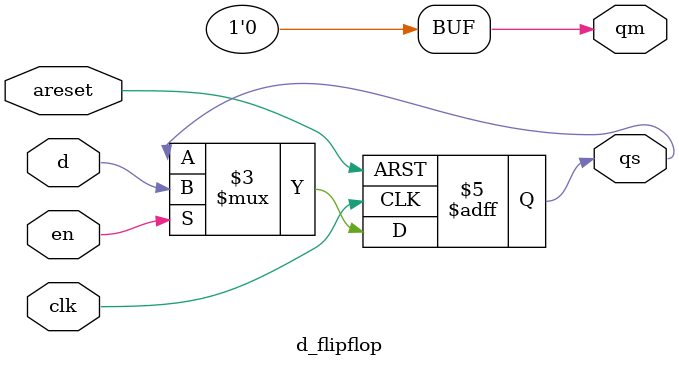
<source format=sv>
`timescale 1ns / 1ps


//module d_flipflop(
//        input logic clk,
//        input logic areset,
//        input logic en,
//        input logic d,
//        output logic qm,
//        output logic qs

//    );
    
//    d_latch_asynch master(.d(d), .clk(clk), .en(en), .areset(areset), .q(qm));
//    d_latch_asynch slave(.d(qm), .clk(~clk), .en(en), .areset(areset), .q(qs));
    
//endmodule


module d_flipflop(
        input logic d,
        input logic en,
        input logic clk,
        input logic areset,
        output logic qm,
        output logic qs

    );
    
    always @(negedge clk, negedge areset)
    begin 
        if(~areset) qs <= 0;
        else if(en) qs <= d;
    end
    
    assign qm = 0;
    
endmodule

</source>
